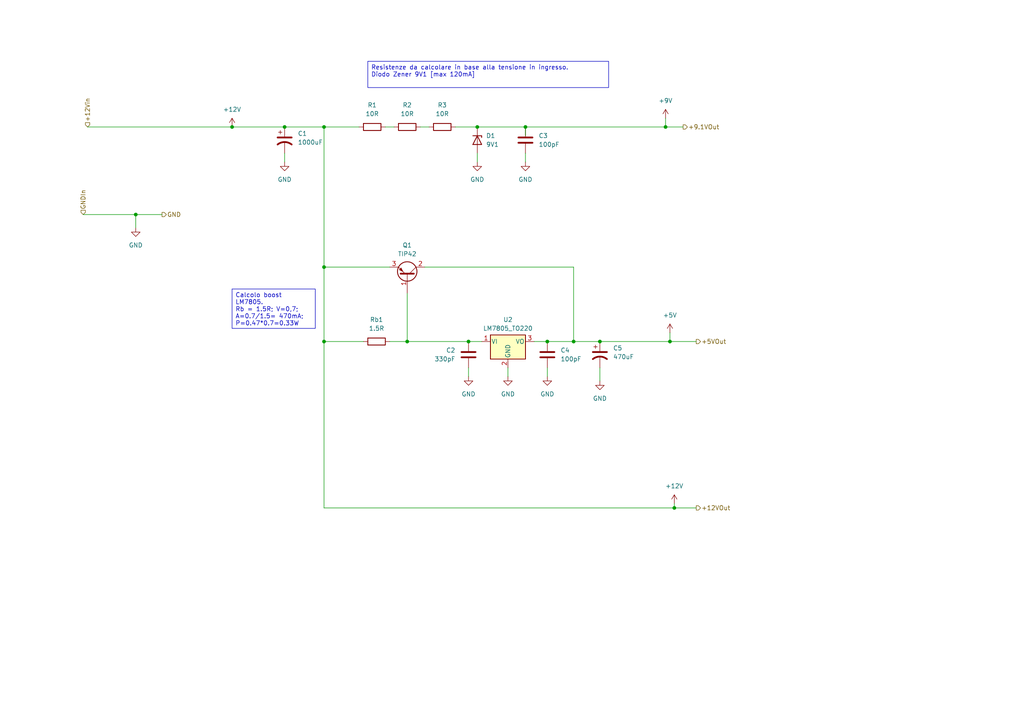
<source format=kicad_sch>
(kicad_sch (version 20230121) (generator eeschema)
  (paper "A4")
  (title_block (title "Tap Clean") (date "2024-02-11") (rev "v1.0.0") (company "DagTech"))
  (lib_symbols
    (symbol "Device:C" (pin_numbers hide) (pin_names (offset 0.254))
      (property "Reference" "C" (at 0.635 2.54 0))
      (property "Value" "C" (at 0.635 -2.54 0))
      (symbol "C_0_1"
        (polyline (pts (xy -2.032 -0.762) (xy 2.032 -0.762)) (stroke (width 0.508)))
        (polyline (pts (xy -2.032 0.762) (xy 2.032 0.762)) (stroke (width 0.508)))
      )
      (symbol "C_1_1"
        (pin passive line (at 0 3.81 270) (length 2.794) (name "~") (number "1"))
        (pin passive line (at 0 -3.81 90) (length 2.794) (name "~") (number "2"))
      )
    )
    (symbol "Device:C_Polarized_US" (pin_numbers hide) (pin_names (offset 0.254) hide)
      (property "Reference" "C" (at 0.635 2.54 0))
      (property "Value" "C_Polarized_US" (at 0.635 -2.54 0))
      (symbol "C_Polarized_US_0_1"
        (polyline (pts (xy -2.032 0.762) (xy 2.032 0.762)) (stroke (width 0.508)))
        (polyline (pts (xy -1.778 2.286) (xy -0.762 2.286)))
        (polyline (pts (xy -1.27 1.778) (xy -1.27 2.794)))
        (arc (start 2.032 -1.27) (mid 0 -0.5572) (end -2.032 -1.27) (stroke (width 0.508)))
      )
      (symbol "C_Polarized_US_1_1"
        (pin passive line (at 0 3.81 270) (length 2.794) (name "~") (number "1"))
        (pin passive line (at 0 -3.81 90) (length 3.302) (name "~") (number "2"))
      )
    )
    (symbol "Device:D_Zener" (pin_numbers hide) (pin_names (offset 1.016) hide)
      (property "Reference" "D" (at 0 2.54 0))
      (property "Value" "D_Zener" (at 0 -2.54 0))
      (symbol "D_Zener_0_1"
        (polyline (pts (xy 1.27 0) (xy -1.27 0)))
        (polyline (pts (xy -1.27 -1.27) (xy -1.27 1.27) (xy -0.762 1.27)) (stroke (width 0.254)))
        (polyline (pts (xy 1.27 -1.27) (xy 1.27 1.27) (xy -1.27 0) (xy 1.27 -1.27)) (stroke (width 0.254)))
      )
      (symbol "D_Zener_1_1"
        (pin passive line (at -3.81 0 0) (length 2.54) (name "K") (number "1"))
        (pin passive line (at 3.81 0 180) (length 2.54) (name "A") (number "2"))
      )
    )
    (symbol "Device:R" (pin_numbers hide) (pin_names (offset 0))
      (property "Reference" "R" (at 2.032 0 90))
      (property "Value" "R" (at 0 0 90))
      (symbol "R_0_1"
        (rectangle (start -1.016 -2.54) (end 1.016 2.54) (stroke (width 0.254)))
      )
      (symbol "R_1_1"
        (pin passive line (at 0 3.81 270) (length 1.27) (name "~") (number "1"))
        (pin passive line (at 0 -3.81 90) (length 1.27) (name "~") (number "2"))
      )
    )
    (symbol "Regulator_Linear:LM7805_TO220" (pin_names (offset 0.254))
      (property "Reference" "U" (at -3.81 3.175 0))
      (property "Value" "LM7805_TO220" (at 0 3.175 0))
      (symbol "LM7805_TO220_0_1"
        (rectangle (start -5.08 1.905) (end 5.08 -5.08) (stroke (width 0.254)) (fill (type background)))
      )
      (symbol "LM7805_TO220_1_1"
        (pin power_in line (at -7.62 0 0) (length 2.54) (name "VI") (number "1"))
        (pin power_in line (at 0 -7.62 90) (length 2.54) (name "GND") (number "2"))
        (pin power_out line (at 7.62 0 180) (length 2.54) (name "VO") (number "3"))
      )
    )
    (symbol "Transistor_BJT:TIP42" (pin_names (offset 0) hide)
      (property "Reference" "Q" (at 6.35 1.905 0))
      (property "Value" "TIP42" (at 6.35 0 0))
      (symbol "TIP42_0_1"
        (polyline (pts (xy 0.635 0.635) (xy 2.54 2.54)))
        (polyline (pts (xy 0.635 -0.635) (xy 2.54 -2.54) (xy 2.54 -2.54)))
        (polyline (pts (xy 0.635 1.905) (xy 0.635 -1.905) (xy 0.635 -1.905)) (stroke (width 0.508)))
        (polyline (pts (xy 2.286 -1.778) (xy 1.778 -2.286) (xy 1.27 -1.27) (xy 2.286 -1.778) (xy 2.286 -1.778)) (fill (type outline)))
        (circle (center 1.27 0) (radius 2.8194) (stroke (width 0.254)))
      )
      (symbol "TIP42_1_1"
        (pin input line (at -5.08 0 0) (length 5.715) (name "B") (number "1"))
        (pin passive line (at 2.54 5.08 270) (length 2.54) (name "C") (number "2"))
        (pin passive line (at 2.54 -5.08 90) (length 2.54) (name "E") (number "3"))
      )
    )
    (symbol "power:+12V" (power) (pin_names (offset 0))
      (property "Value" "+12V" (at 0 3.556 0))
      (symbol "+12V_0_1"
        (polyline (pts (xy -0.762 1.27) (xy 0 2.54)))
        (polyline (pts (xy 0 0) (xy 0 2.54)))
        (polyline (pts (xy 0 2.54) (xy 0.762 1.27)))
      )
      (symbol "+12V_1_1"
        (pin power_in line (at 0 0 90) (length 0) hide (name "+12V") (number "1"))
      )
    )
    (symbol "power:+5V" (power) (pin_names (offset 0))
      (property "Value" "+5V" (at 0 3.556 0))
      (symbol "+5V_0_1"
        (polyline (pts (xy -0.762 1.27) (xy 0 2.54)))
        (polyline (pts (xy 0 0) (xy 0 2.54)))
        (polyline (pts (xy 0 2.54) (xy 0.762 1.27)))
      )
      (symbol "+5V_1_1"
        (pin power_in line (at 0 0 90) (length 0) hide (name "+5V") (number "1"))
      )
    )
    (symbol "power:+9V" (power) (pin_names (offset 0))
      (property "Value" "+9V" (at 0 3.556 0))
      (symbol "+9V_0_1"
        (polyline (pts (xy -0.762 1.27) (xy 0 2.54)))
        (polyline (pts (xy 0 0) (xy 0 2.54)))
        (polyline (pts (xy 0 2.54) (xy 0.762 1.27)))
      )
      (symbol "+9V_1_1"
        (pin power_in line (at 0 0 90) (length 0) hide (name "+9V") (number "1"))
      )
    )
    (symbol "power:GND" (power) (pin_names (offset 0))
      (property "Value" "GND" (at 0 -3.81 0))
      (symbol "GND_0_1"
        (polyline (pts (xy 0 0) (xy 0 -1.27) (xy 1.27 -1.27) (xy 0 -2.54) (xy -1.27 -1.27) (xy 0 -1.27)))
      )
      (symbol "GND_1_1"
        (pin power_in line (at 0 0 270) (length 0) hide (name "GND") (number "1"))
      )
    )
  )
  (junction (at 93.98 99.06))
  (junction (at 118.11 99.06))
  (junction (at 138.43 36.83))
  (junction (at 166.37 99.06))
  (junction (at 194.31 99.06))
  (junction (at 93.98 77.47))
  (junction (at 173.99 99.06))
  (junction (at 158.75 99.06))
  (junction (at 67.31 36.83))
  (junction (at 135.89 99.06))
  (junction (at 93.98 36.83))
  (junction (at 195.58 147.32))
  (junction (at 82.55 36.83))
  (junction (at 152.4 36.83))
  (junction (at 193.04 36.83))
  (junction (at 39.37 62.23))
  (wire (pts (xy 121.92 36.83) (xy 124.46 36.83)))
  (wire (pts (xy 25.4 36.83) (xy 67.31 36.83)))
  (wire (pts (xy 166.37 77.47) (xy 166.37 99.06)))
  (wire (pts (xy 194.31 99.06) (xy 201.93 99.06)))
  (wire (pts (xy 93.98 99.06) (xy 93.98 147.32)))
  (wire (pts (xy 195.58 146.05) (xy 195.58 147.32)))
  (wire (pts (xy 105.41 99.06) (xy 93.98 99.06)))
  (wire (pts (xy 39.37 62.23) (xy 46.99 62.23)))
  (wire (pts (xy 67.31 36.83) (xy 82.55 36.83)))
  (wire (pts (xy 118.11 99.06) (xy 113.03 99.06)))
  (wire (pts (xy 82.55 36.83) (xy 93.98 36.83)))
  (wire (pts (xy 135.89 99.06) (xy 118.11 99.06)))
  (wire (pts (xy 166.37 99.06) (xy 173.99 99.06)))
  (wire (pts (xy 138.43 44.45) (xy 138.43 46.99)))
  (wire (pts (xy 132.08 36.83) (xy 138.43 36.83)))
  (wire (pts (xy 173.99 106.68) (xy 173.99 110.49)))
  (wire (pts (xy 195.58 147.32) (xy 93.98 147.32)))
  (wire (pts (xy 154.94 99.06) (xy 158.75 99.06)))
  (wire (pts (xy 152.4 39.37) (xy 152.4 36.83)))
  (wire (pts (xy 194.31 96.52) (xy 194.31 99.06)))
  (wire (pts (xy 193.04 34.29) (xy 193.04 36.83)))
  (wire (pts (xy 135.89 99.06) (xy 139.7 99.06)))
  (wire (pts (xy 135.89 106.68) (xy 135.89 109.22)))
  (wire (pts (xy 158.75 106.68) (xy 158.75 109.22)))
  (wire (pts (xy 93.98 77.47) (xy 113.03 77.47)))
  (wire (pts (xy 195.58 147.32) (xy 201.93 147.32)))
  (wire (pts (xy 158.75 99.06) (xy 166.37 99.06)))
  (wire (pts (xy 152.4 36.83) (xy 193.04 36.83)))
  (wire (pts (xy 193.04 36.83) (xy 198.12 36.83)))
  (wire (pts (xy 138.43 36.83) (xy 152.4 36.83)))
  (wire (pts (xy 93.98 77.47) (xy 93.98 99.06)))
  (wire (pts (xy 82.55 44.45) (xy 82.55 46.99)))
  (wire (pts (xy 24.13 62.23) (xy 39.37 62.23)))
  (wire (pts (xy 111.76 36.83) (xy 114.3 36.83)))
  (wire (pts (xy 93.98 36.83) (xy 93.98 77.47)))
  (wire (pts (xy 39.37 62.23) (xy 39.37 66.04)))
  (wire (pts (xy 147.32 106.68) (xy 147.32 109.22)))
  (wire (pts (xy 118.11 85.09) (xy 118.11 99.06)))
  (wire (pts (xy 173.99 99.06) (xy 194.31 99.06)))
  (wire (pts (xy 152.4 44.45) (xy 152.4 46.99)))
  (wire (pts (xy 93.98 36.83) (xy 104.14 36.83)))
  (wire (pts (xy 123.19 77.47) (xy 166.37 77.47)))
  (text_box "Resistenze da calcolare in base alla tensione in ingresso.\nDiodo Zener 9V1 [max 120mA]" (at 106.68 17.78 0) (size 69.85 7.62) (effects (font (size 1.27 1.27)) (justify left top)))
  (text_box "Calcolo boost LM7805.\nRb = 1.5R; V=0,7; \nA=0.7/1.5= 470mA; \nP=0.47*0.7=0.33W\n" (at 67.31 83.82 0) (size 24.13 11.43) (effects (font (size 1.27 1.27)) (justify left top)))
  (hierarchical_label "GNDIn" (shape input) (at 24.13 62.23 90))
  (hierarchical_label "+9.1VOut" (shape output) (at 198.12 36.83 0))
  (hierarchical_label "GND" (shape output) (at 46.99 62.23 0))
  (hierarchical_label "+5VOut" (shape output) (at 201.93 99.06 0))
  (hierarchical_label "+12VOut" (shape output) (at 201.93 147.32 0))
  (hierarchical_label "+12Vin" (shape input) (at 25.4 36.83 90))
  (symbol (lib_id "Device:C_Polarized_US") (at 82.55 40.64 0) (unit 1)
    (property "Reference" "C1" (at 86.36 38.735 0) (effects (justify left)))
    (property "Value" "1000uF" (at 86.36 41.275 0) (effects (justify left)))
    (property "Footprint" "Capacitor_THT:CP_Radial_D16.0mm_P7.50mm" (effects hide))
  )
  (symbol (lib_id "Device:C_Polarized_US") (at 173.99 102.87 0) (unit 1)
    (property "Reference" "C5" (at 177.8 100.965 0) (effects (justify left)))
    (property "Value" "470uF" (at 177.8 103.505 0) (effects (justify left)))
    (property "Footprint" "Capacitor_THT:CP_Radial_D6.3mm_P2.50mm" (effects hide))
  )
  (symbol (lib_id "power:GND") (at 147.32 109.22 0) (unit 1)
    (property "Reference" "#PWR013" (effects hide))
    (property "Value" "GND" (at 147.32 114.3 0))
  )
  (symbol (lib_id "power:GND") (at 138.43 46.99 0) (unit 1)
    (property "Reference" "#PWR012" (effects hide))
    (property "Value" "GND" (at 138.43 52.07 0))
  )
  (symbol (lib_id "power:GND") (at 152.4 46.99 0) (unit 1)
    (property "Reference" "#PWR014" (effects hide))
    (property "Value" "GND" (at 152.4 52.07 0))
  )
  (symbol (lib_id "power:GND") (at 39.37 66.04 0) (unit 1)
    (property "Reference" "#PWR09" (effects hide))
    (property "Value" "GND" (at 39.37 71.12 0))
  )
  (symbol (lib_id "Transistor_BJT:TIP42") (at 118.11 80.01 270) (mirror x) (unit 1)
    (property "Reference" "Q1" (at 118.11 71.12 90))
    (property "Value" "TIP42" (at 118.11 73.66 90))
    (property "Footprint" "Package_TO_SOT_THT:TO-220-3_Vertical" (effects hide))
    (property "Datasheet" "https://www.centralsemi.com/get_document.php?cmp=1&mergetype=pd&mergepath=pd&pdf_id=TIP42.PDF" (effects hide))
  )
  (symbol (lib_id "power:+5V") (at 194.31 96.52 0) (unit 1)
    (property "Reference" "#PWR019" (effects hide))
    (property "Value" "+5V" (at 194.31 91.44 0))
  )
  (symbol (lib_id "Device:C") (at 158.75 102.87 0) (unit 1)
    (property "Reference" "C4" (at 162.56 101.6 0) (effects (justify left)))
    (property "Value" "100pF" (at 162.56 104.14 0) (effects (justify left)))
    (property "Footprint" "Capacitor_THT:C_Disc_D4.3mm_W1.9mm_P5.00mm" (effects hide))
  )
  (symbol (lib_id "Regulator_Linear:LM7805_TO220") (at 147.32 99.06 0) (unit 1)
    (property "Reference" "U2" (at 147.32 92.71 0))
    (property "Value" "LM7805_TO220" (at 147.32 95.25 0))
    (property "Footprint" "Package_TO_SOT_THT:TO-220-3_Vertical" (effects hide))
    (property "Datasheet" "https://www.onsemi.cn/PowerSolutions/document/MC7800-D.PDF" (effects hide))
  )
  (symbol (lib_id "power:GND") (at 82.55 46.99 0) (unit 1)
    (property "Reference" "#PWR010" (effects hide))
    (property "Value" "GND" (at 82.55 52.07 0))
  )
  (symbol (lib_id "Device:R") (at 128.27 36.83 90) (unit 1)
    (property "Reference" "R3" (at 128.27 30.48 90))
    (property "Value" "10R" (at 128.27 33.02 90))
    (property "Footprint" "Resistor_THT:R_Axial_DIN0516_L15.5mm_D5.0mm_P20.32mm_Horizontal" (effects hide))
  )
  (symbol (lib_id "power:GND") (at 135.89 109.22 0) (unit 1)
    (property "Reference" "#PWR011" (effects hide))
    (property "Value" "GND" (at 135.89 114.3 0))
  )
  (symbol (lib_id "Device:D_Zener") (at 138.43 40.64 270) (unit 1)
    (property "Reference" "D1" (at 140.97 39.37 90) (effects (justify left)))
    (property "Value" "9V1" (at 140.97 41.91 90) (effects (justify left)))
    (property "Footprint" "Diode_THT:D_T-1_P10.16mm_Horizontal" (effects hide))
  )
  (symbol (lib_id "power:+9V") (at 193.04 34.29 0) (unit 1)
    (property "Reference" "#PWR016" (effects hide))
    (property "Value" "+9V" (at 193.04 29.21 0))
  )
  (symbol (lib_id "Device:R") (at 109.22 99.06 90) (unit 1)
    (property "Reference" "Rb1" (at 109.22 92.71 90))
    (property "Value" "1.5R" (at 109.22 95.25 90))
    (property "Footprint" "Resistor_THT:R_Axial_DIN0617_L17.0mm_D6.0mm_P25.40mm_Horizontal" (effects hide))
  )
  (symbol (lib_id "Device:R") (at 107.95 36.83 90) (unit 1)
    (property "Reference" "R1" (at 107.95 30.48 90))
    (property "Value" "10R" (at 107.95 33.02 90))
    (property "Footprint" "Resistor_THT:R_Axial_DIN0516_L15.5mm_D5.0mm_P20.32mm_Horizontal" (effects hide))
  )
  (symbol (lib_id "power:+12V") (at 67.31 36.83 0) (unit 1)
    (property "Reference" "#PWR08" (effects hide))
    (property "Value" "+12V" (at 67.31 31.75 0))
  )
  (symbol (lib_id "Device:R") (at 118.11 36.83 90) (unit 1)
    (property "Reference" "R2" (at 118.11 30.48 90))
    (property "Value" "10R" (at 118.11 33.02 90))
    (property "Footprint" "Resistor_THT:R_Axial_DIN0516_L15.5mm_D5.0mm_P20.32mm_Horizontal" (effects hide))
  )
  (symbol (lib_id "power:+12V") (at 195.58 146.05 0) (unit 1)
    (property "Reference" "#PWR017" (effects hide))
    (property "Value" "+12V" (at 195.58 140.97 0))
  )
  (symbol (lib_id "power:GND") (at 158.75 109.22 0) (unit 1)
    (property "Reference" "#PWR015" (effects hide))
    (property "Value" "GND" (at 158.75 114.3 0))
  )
  (symbol (lib_id "Device:C") (at 152.4 40.64 0) (unit 1)
    (property "Reference" "C3" (at 156.21 39.37 0) (effects (justify left)))
    (property "Value" "100pF" (at 156.21 41.91 0) (effects (justify left)))
    (property "Footprint" "Capacitor_THT:C_Disc_D4.3mm_W1.9mm_P5.00mm" (effects hide))
  )
  (symbol (lib_id "Device:C") (at 135.89 102.87 0) (mirror y) (unit 1)
    (property "Reference" "C2" (at 132.08 101.6 0) (effects (justify left)))
    (property "Value" "330pF" (at 132.08 104.14 0) (effects (justify left)))
    (property "Footprint" "Capacitor_THT:CP_Radial_D4.0mm_P2.00mm" (effects hide))
  )
  (symbol (lib_id "power:GND") (at 173.99 110.49 0) (unit 1)
    (property "Reference" "#PWR018" (effects hide))
    (property "Value" "GND" (at 173.99 115.57 0))
  )
)
</source>
